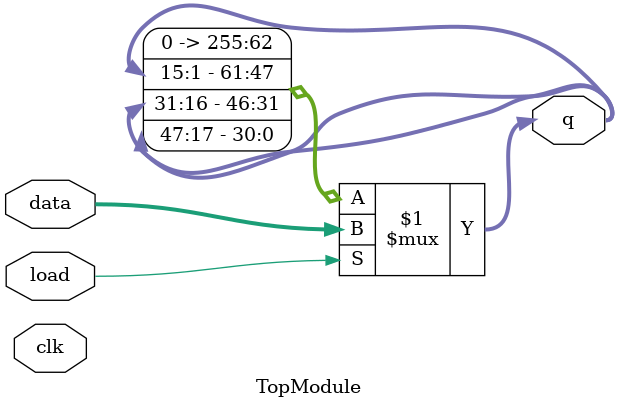
<source format=sv>

module TopModule (
  input clk,
  input load,
  input [255:0] data,
  output reg [255:0] q
);
assign q = (load) ? data : 
    {q[15:1],{q[31:16],q[47:17]}};
endmodule

</source>
